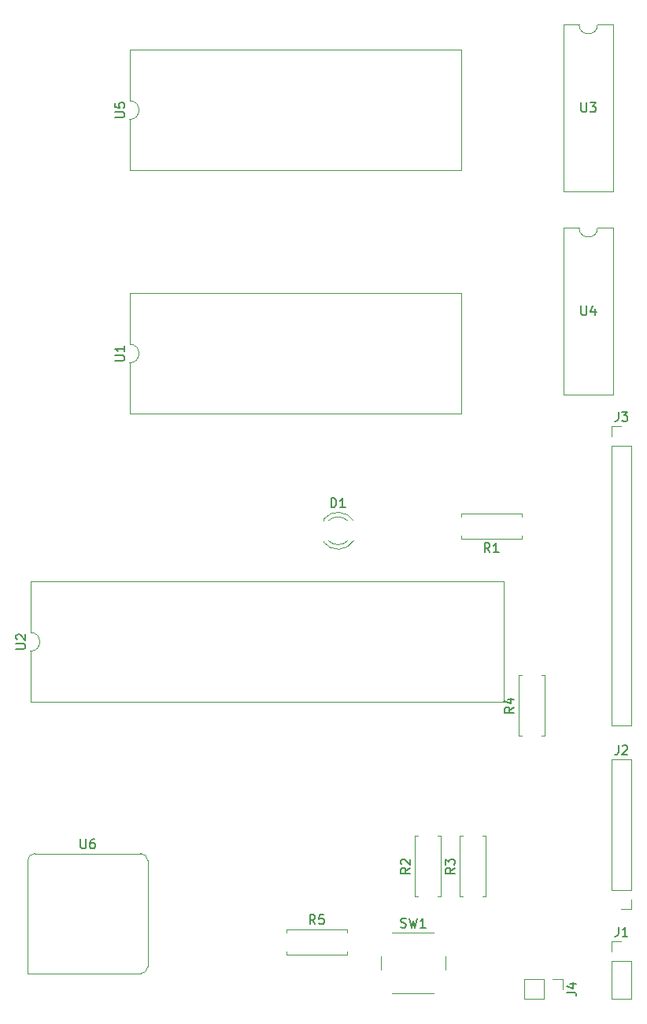
<source format=gbr>
G04 #@! TF.GenerationSoftware,KiCad,Pcbnew,5.1.4*
G04 #@! TF.CreationDate,2019-09-16T14:45:49+01:00*
G04 #@! TF.ProjectId,z802-3,7a383032-2d33-42e6-9b69-6361645f7063,rev?*
G04 #@! TF.SameCoordinates,Original*
G04 #@! TF.FileFunction,Legend,Top*
G04 #@! TF.FilePolarity,Positive*
%FSLAX46Y46*%
G04 Gerber Fmt 4.6, Leading zero omitted, Abs format (unit mm)*
G04 Created by KiCad (PCBNEW 5.1.4) date 2019-09-16 14:45:49*
%MOMM*%
%LPD*%
G04 APERTURE LIST*
%ADD10C,0.120000*%
%ADD11C,0.150000*%
G04 APERTURE END LIST*
D10*
X108906000Y-104030000D02*
X108906000Y-109490000D01*
X144586000Y-104030000D02*
X108906000Y-104030000D01*
X144586000Y-116950000D02*
X144586000Y-104030000D01*
X108906000Y-116950000D02*
X144586000Y-116950000D01*
X108906000Y-111490000D02*
X108906000Y-116950000D01*
X108906000Y-109490000D02*
G75*
G02X108906000Y-111490000I0J-1000000D01*
G01*
X132990335Y-128461392D02*
G75*
G03X129758000Y-128304484I-1672335J-1078608D01*
G01*
X132990335Y-130618608D02*
G75*
G02X129758000Y-130775516I-1672335J1078608D01*
G01*
X132359130Y-128460163D02*
G75*
G03X130277039Y-128460000I-1041130J-1079837D01*
G01*
X132359130Y-130619837D02*
G75*
G02X130277039Y-130620000I-1041130J1079837D01*
G01*
X129758000Y-128304000D02*
X129758000Y-128460000D01*
X129758000Y-130620000D02*
X129758000Y-130776000D01*
X160738000Y-179812000D02*
X162858000Y-179812000D01*
X160738000Y-175752000D02*
X160738000Y-179812000D01*
X162858000Y-175752000D02*
X162858000Y-179812000D01*
X160738000Y-175752000D02*
X162858000Y-175752000D01*
X160738000Y-174752000D02*
X160738000Y-173692000D01*
X160738000Y-173692000D02*
X161798000Y-173692000D01*
X162858000Y-154104000D02*
X160738000Y-154104000D01*
X162858000Y-168164000D02*
X162858000Y-154104000D01*
X160738000Y-168164000D02*
X160738000Y-154104000D01*
X162858000Y-168164000D02*
X160738000Y-168164000D01*
X162858000Y-169164000D02*
X162858000Y-170224000D01*
X162858000Y-170224000D02*
X161798000Y-170224000D01*
X160738000Y-150440000D02*
X162858000Y-150440000D01*
X160738000Y-120380000D02*
X160738000Y-150440000D01*
X162858000Y-120380000D02*
X162858000Y-150440000D01*
X160738000Y-120380000D02*
X162858000Y-120380000D01*
X160738000Y-119380000D02*
X160738000Y-118320000D01*
X160738000Y-118320000D02*
X161798000Y-118320000D01*
X151372000Y-177756000D02*
X151372000Y-179876000D01*
X153432000Y-177756000D02*
X151372000Y-177756000D01*
X153432000Y-179876000D02*
X151372000Y-179876000D01*
X153432000Y-177756000D02*
X153432000Y-179876000D01*
X154432000Y-177756000D02*
X155492000Y-177756000D01*
X155492000Y-177756000D02*
X155492000Y-178816000D01*
X151098000Y-130072000D02*
X151098000Y-130402000D01*
X151098000Y-130402000D02*
X144558000Y-130402000D01*
X144558000Y-130402000D02*
X144558000Y-130072000D01*
X151098000Y-127992000D02*
X151098000Y-127662000D01*
X151098000Y-127662000D02*
X144558000Y-127662000D01*
X144558000Y-127662000D02*
X144558000Y-127992000D01*
X142340000Y-162338000D02*
X142010000Y-162338000D01*
X142340000Y-168878000D02*
X142340000Y-162338000D01*
X142010000Y-168878000D02*
X142340000Y-168878000D01*
X139600000Y-162338000D02*
X139930000Y-162338000D01*
X139600000Y-168878000D02*
X139600000Y-162338000D01*
X139930000Y-168878000D02*
X139600000Y-168878000D01*
X144756000Y-168878000D02*
X144426000Y-168878000D01*
X144426000Y-168878000D02*
X144426000Y-162338000D01*
X144426000Y-162338000D02*
X144756000Y-162338000D01*
X146836000Y-168878000D02*
X147166000Y-168878000D01*
X147166000Y-168878000D02*
X147166000Y-162338000D01*
X147166000Y-162338000D02*
X146836000Y-162338000D01*
X153516000Y-145066000D02*
X153186000Y-145066000D01*
X153516000Y-151606000D02*
X153516000Y-145066000D01*
X153186000Y-151606000D02*
X153516000Y-151606000D01*
X150776000Y-145066000D02*
X151106000Y-145066000D01*
X150776000Y-151606000D02*
X150776000Y-145066000D01*
X151106000Y-151606000D02*
X150776000Y-151606000D01*
X125762000Y-172696000D02*
X125762000Y-172366000D01*
X125762000Y-172366000D02*
X132302000Y-172366000D01*
X132302000Y-172366000D02*
X132302000Y-172696000D01*
X125762000Y-174776000D02*
X125762000Y-175106000D01*
X125762000Y-175106000D02*
X132302000Y-175106000D01*
X132302000Y-175106000D02*
X132302000Y-174776000D01*
X137144000Y-179236000D02*
X141644000Y-179236000D01*
X135894000Y-175236000D02*
X135894000Y-176736000D01*
X141644000Y-172736000D02*
X137144000Y-172736000D01*
X142894000Y-176736000D02*
X142894000Y-175236000D01*
X98238000Y-140478000D02*
G75*
G02X98238000Y-142478000I0J-1000000D01*
G01*
X98238000Y-142478000D02*
X98238000Y-147938000D01*
X98238000Y-147938000D02*
X149158000Y-147938000D01*
X149158000Y-147938000D02*
X149158000Y-135018000D01*
X149158000Y-135018000D02*
X98238000Y-135018000D01*
X98238000Y-135018000D02*
X98238000Y-140478000D01*
X159242000Y-75124000D02*
G75*
G02X157242000Y-75124000I-1000000J0D01*
G01*
X157242000Y-75124000D02*
X155592000Y-75124000D01*
X155592000Y-75124000D02*
X155592000Y-93024000D01*
X155592000Y-93024000D02*
X160892000Y-93024000D01*
X160892000Y-93024000D02*
X160892000Y-75124000D01*
X160892000Y-75124000D02*
X159242000Y-75124000D01*
X160892000Y-96968000D02*
X159242000Y-96968000D01*
X160892000Y-114868000D02*
X160892000Y-96968000D01*
X155592000Y-114868000D02*
X160892000Y-114868000D01*
X155592000Y-96968000D02*
X155592000Y-114868000D01*
X157242000Y-96968000D02*
X155592000Y-96968000D01*
X159242000Y-96968000D02*
G75*
G02X157242000Y-96968000I-1000000J0D01*
G01*
X108906000Y-77868000D02*
X108906000Y-83328000D01*
X144586000Y-77868000D02*
X108906000Y-77868000D01*
X144586000Y-90788000D02*
X144586000Y-77868000D01*
X108906000Y-90788000D02*
X144586000Y-90788000D01*
X108906000Y-85328000D02*
X108906000Y-90788000D01*
X108906000Y-83328000D02*
G75*
G02X108906000Y-85328000I0J-1000000D01*
G01*
X97944000Y-164988000D02*
X97944000Y-177138000D01*
X110094000Y-164238000D02*
X98694000Y-164238000D01*
X110844000Y-176388000D02*
X110844000Y-164988000D01*
X97944000Y-177138000D02*
X110094000Y-177138000D01*
X110094000Y-177138000D02*
G75*
G03X110844000Y-176388000I0J750000D01*
G01*
X110844000Y-164988000D02*
G75*
G03X110094000Y-164238000I-750000J0D01*
G01*
X98694000Y-164238000D02*
G75*
G03X97944000Y-164988000I0J-750000D01*
G01*
D11*
X107358380Y-111251904D02*
X108167904Y-111251904D01*
X108263142Y-111204285D01*
X108310761Y-111156666D01*
X108358380Y-111061428D01*
X108358380Y-110870952D01*
X108310761Y-110775714D01*
X108263142Y-110728095D01*
X108167904Y-110680476D01*
X107358380Y-110680476D01*
X108358380Y-109680476D02*
X108358380Y-110251904D01*
X108358380Y-109966190D02*
X107358380Y-109966190D01*
X107501238Y-110061428D01*
X107596476Y-110156666D01*
X107644095Y-110251904D01*
X130579904Y-127032380D02*
X130579904Y-126032380D01*
X130818000Y-126032380D01*
X130960857Y-126080000D01*
X131056095Y-126175238D01*
X131103714Y-126270476D01*
X131151333Y-126460952D01*
X131151333Y-126603809D01*
X131103714Y-126794285D01*
X131056095Y-126889523D01*
X130960857Y-126984761D01*
X130818000Y-127032380D01*
X130579904Y-127032380D01*
X132103714Y-127032380D02*
X131532285Y-127032380D01*
X131818000Y-127032380D02*
X131818000Y-126032380D01*
X131722761Y-126175238D01*
X131627523Y-126270476D01*
X131532285Y-126318095D01*
X161464666Y-172144380D02*
X161464666Y-172858666D01*
X161417047Y-173001523D01*
X161321809Y-173096761D01*
X161178952Y-173144380D01*
X161083714Y-173144380D01*
X162464666Y-173144380D02*
X161893238Y-173144380D01*
X162178952Y-173144380D02*
X162178952Y-172144380D01*
X162083714Y-172287238D01*
X161988476Y-172382476D01*
X161893238Y-172430095D01*
X161464666Y-152614380D02*
X161464666Y-153328666D01*
X161417047Y-153471523D01*
X161321809Y-153566761D01*
X161178952Y-153614380D01*
X161083714Y-153614380D01*
X161893238Y-152709619D02*
X161940857Y-152662000D01*
X162036095Y-152614380D01*
X162274190Y-152614380D01*
X162369428Y-152662000D01*
X162417047Y-152709619D01*
X162464666Y-152804857D01*
X162464666Y-152900095D01*
X162417047Y-153042952D01*
X161845619Y-153614380D01*
X162464666Y-153614380D01*
X161464666Y-116772380D02*
X161464666Y-117486666D01*
X161417047Y-117629523D01*
X161321809Y-117724761D01*
X161178952Y-117772380D01*
X161083714Y-117772380D01*
X161845619Y-116772380D02*
X162464666Y-116772380D01*
X162131333Y-117153333D01*
X162274190Y-117153333D01*
X162369428Y-117200952D01*
X162417047Y-117248571D01*
X162464666Y-117343809D01*
X162464666Y-117581904D01*
X162417047Y-117677142D01*
X162369428Y-117724761D01*
X162274190Y-117772380D01*
X161988476Y-117772380D01*
X161893238Y-117724761D01*
X161845619Y-117677142D01*
X155944380Y-179149333D02*
X156658666Y-179149333D01*
X156801523Y-179196952D01*
X156896761Y-179292190D01*
X156944380Y-179435047D01*
X156944380Y-179530285D01*
X156277714Y-178244571D02*
X156944380Y-178244571D01*
X155896761Y-178482666D02*
X156611047Y-178720761D01*
X156611047Y-178101714D01*
X147661333Y-131854380D02*
X147328000Y-131378190D01*
X147089904Y-131854380D02*
X147089904Y-130854380D01*
X147470857Y-130854380D01*
X147566095Y-130902000D01*
X147613714Y-130949619D01*
X147661333Y-131044857D01*
X147661333Y-131187714D01*
X147613714Y-131282952D01*
X147566095Y-131330571D01*
X147470857Y-131378190D01*
X147089904Y-131378190D01*
X148613714Y-131854380D02*
X148042285Y-131854380D01*
X148328000Y-131854380D02*
X148328000Y-130854380D01*
X148232761Y-130997238D01*
X148137523Y-131092476D01*
X148042285Y-131140095D01*
X139052380Y-165774666D02*
X138576190Y-166108000D01*
X139052380Y-166346095D02*
X138052380Y-166346095D01*
X138052380Y-165965142D01*
X138100000Y-165869904D01*
X138147619Y-165822285D01*
X138242857Y-165774666D01*
X138385714Y-165774666D01*
X138480952Y-165822285D01*
X138528571Y-165869904D01*
X138576190Y-165965142D01*
X138576190Y-166346095D01*
X138147619Y-165393714D02*
X138100000Y-165346095D01*
X138052380Y-165250857D01*
X138052380Y-165012761D01*
X138100000Y-164917523D01*
X138147619Y-164869904D01*
X138242857Y-164822285D01*
X138338095Y-164822285D01*
X138480952Y-164869904D01*
X139052380Y-165441333D01*
X139052380Y-164822285D01*
X143878380Y-165774666D02*
X143402190Y-166108000D01*
X143878380Y-166346095D02*
X142878380Y-166346095D01*
X142878380Y-165965142D01*
X142926000Y-165869904D01*
X142973619Y-165822285D01*
X143068857Y-165774666D01*
X143211714Y-165774666D01*
X143306952Y-165822285D01*
X143354571Y-165869904D01*
X143402190Y-165965142D01*
X143402190Y-166346095D01*
X142878380Y-165441333D02*
X142878380Y-164822285D01*
X143259333Y-165155619D01*
X143259333Y-165012761D01*
X143306952Y-164917523D01*
X143354571Y-164869904D01*
X143449809Y-164822285D01*
X143687904Y-164822285D01*
X143783142Y-164869904D01*
X143830761Y-164917523D01*
X143878380Y-165012761D01*
X143878380Y-165298476D01*
X143830761Y-165393714D01*
X143783142Y-165441333D01*
X150228380Y-148502666D02*
X149752190Y-148836000D01*
X150228380Y-149074095D02*
X149228380Y-149074095D01*
X149228380Y-148693142D01*
X149276000Y-148597904D01*
X149323619Y-148550285D01*
X149418857Y-148502666D01*
X149561714Y-148502666D01*
X149656952Y-148550285D01*
X149704571Y-148597904D01*
X149752190Y-148693142D01*
X149752190Y-149074095D01*
X149561714Y-147645523D02*
X150228380Y-147645523D01*
X149180761Y-147883619D02*
X149895047Y-148121714D01*
X149895047Y-147502666D01*
X128865333Y-171818380D02*
X128532000Y-171342190D01*
X128293904Y-171818380D02*
X128293904Y-170818380D01*
X128674857Y-170818380D01*
X128770095Y-170866000D01*
X128817714Y-170913619D01*
X128865333Y-171008857D01*
X128865333Y-171151714D01*
X128817714Y-171246952D01*
X128770095Y-171294571D01*
X128674857Y-171342190D01*
X128293904Y-171342190D01*
X129770095Y-170818380D02*
X129293904Y-170818380D01*
X129246285Y-171294571D01*
X129293904Y-171246952D01*
X129389142Y-171199333D01*
X129627238Y-171199333D01*
X129722476Y-171246952D01*
X129770095Y-171294571D01*
X129817714Y-171389809D01*
X129817714Y-171627904D01*
X129770095Y-171723142D01*
X129722476Y-171770761D01*
X129627238Y-171818380D01*
X129389142Y-171818380D01*
X129293904Y-171770761D01*
X129246285Y-171723142D01*
X138060666Y-172140761D02*
X138203523Y-172188380D01*
X138441619Y-172188380D01*
X138536857Y-172140761D01*
X138584476Y-172093142D01*
X138632095Y-171997904D01*
X138632095Y-171902666D01*
X138584476Y-171807428D01*
X138536857Y-171759809D01*
X138441619Y-171712190D01*
X138251142Y-171664571D01*
X138155904Y-171616952D01*
X138108285Y-171569333D01*
X138060666Y-171474095D01*
X138060666Y-171378857D01*
X138108285Y-171283619D01*
X138155904Y-171236000D01*
X138251142Y-171188380D01*
X138489238Y-171188380D01*
X138632095Y-171236000D01*
X138965428Y-171188380D02*
X139203523Y-172188380D01*
X139394000Y-171474095D01*
X139584476Y-172188380D01*
X139822571Y-171188380D01*
X140727333Y-172188380D02*
X140155904Y-172188380D01*
X140441619Y-172188380D02*
X140441619Y-171188380D01*
X140346380Y-171331238D01*
X140251142Y-171426476D01*
X140155904Y-171474095D01*
X96690380Y-142239904D02*
X97499904Y-142239904D01*
X97595142Y-142192285D01*
X97642761Y-142144666D01*
X97690380Y-142049428D01*
X97690380Y-141858952D01*
X97642761Y-141763714D01*
X97595142Y-141716095D01*
X97499904Y-141668476D01*
X96690380Y-141668476D01*
X96785619Y-141239904D02*
X96738000Y-141192285D01*
X96690380Y-141097047D01*
X96690380Y-140858952D01*
X96738000Y-140763714D01*
X96785619Y-140716095D01*
X96880857Y-140668476D01*
X96976095Y-140668476D01*
X97118952Y-140716095D01*
X97690380Y-141287523D01*
X97690380Y-140668476D01*
X157480095Y-83526380D02*
X157480095Y-84335904D01*
X157527714Y-84431142D01*
X157575333Y-84478761D01*
X157670571Y-84526380D01*
X157861047Y-84526380D01*
X157956285Y-84478761D01*
X158003904Y-84431142D01*
X158051523Y-84335904D01*
X158051523Y-83526380D01*
X158432476Y-83526380D02*
X159051523Y-83526380D01*
X158718190Y-83907333D01*
X158861047Y-83907333D01*
X158956285Y-83954952D01*
X159003904Y-84002571D01*
X159051523Y-84097809D01*
X159051523Y-84335904D01*
X159003904Y-84431142D01*
X158956285Y-84478761D01*
X158861047Y-84526380D01*
X158575333Y-84526380D01*
X158480095Y-84478761D01*
X158432476Y-84431142D01*
X157480095Y-105370380D02*
X157480095Y-106179904D01*
X157527714Y-106275142D01*
X157575333Y-106322761D01*
X157670571Y-106370380D01*
X157861047Y-106370380D01*
X157956285Y-106322761D01*
X158003904Y-106275142D01*
X158051523Y-106179904D01*
X158051523Y-105370380D01*
X158956285Y-105703714D02*
X158956285Y-106370380D01*
X158718190Y-105322761D02*
X158480095Y-106037047D01*
X159099142Y-106037047D01*
X107358380Y-85089904D02*
X108167904Y-85089904D01*
X108263142Y-85042285D01*
X108310761Y-84994666D01*
X108358380Y-84899428D01*
X108358380Y-84708952D01*
X108310761Y-84613714D01*
X108263142Y-84566095D01*
X108167904Y-84518476D01*
X107358380Y-84518476D01*
X107358380Y-83566095D02*
X107358380Y-84042285D01*
X107834571Y-84089904D01*
X107786952Y-84042285D01*
X107739333Y-83947047D01*
X107739333Y-83708952D01*
X107786952Y-83613714D01*
X107834571Y-83566095D01*
X107929809Y-83518476D01*
X108167904Y-83518476D01*
X108263142Y-83566095D01*
X108310761Y-83613714D01*
X108358380Y-83708952D01*
X108358380Y-83947047D01*
X108310761Y-84042285D01*
X108263142Y-84089904D01*
X103632095Y-162690380D02*
X103632095Y-163499904D01*
X103679714Y-163595142D01*
X103727333Y-163642761D01*
X103822571Y-163690380D01*
X104013047Y-163690380D01*
X104108285Y-163642761D01*
X104155904Y-163595142D01*
X104203523Y-163499904D01*
X104203523Y-162690380D01*
X105108285Y-162690380D02*
X104917809Y-162690380D01*
X104822571Y-162738000D01*
X104774952Y-162785619D01*
X104679714Y-162928476D01*
X104632095Y-163118952D01*
X104632095Y-163499904D01*
X104679714Y-163595142D01*
X104727333Y-163642761D01*
X104822571Y-163690380D01*
X105013047Y-163690380D01*
X105108285Y-163642761D01*
X105155904Y-163595142D01*
X105203523Y-163499904D01*
X105203523Y-163261809D01*
X105155904Y-163166571D01*
X105108285Y-163118952D01*
X105013047Y-163071333D01*
X104822571Y-163071333D01*
X104727333Y-163118952D01*
X104679714Y-163166571D01*
X104632095Y-163261809D01*
M02*

</source>
